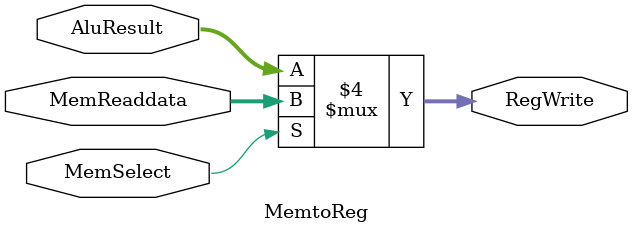
<source format=v>
`timescale 1ns / 1ps
module MemtoReg(MemSelect,MemReaddata,AluResult,RegWrite);
    
input MemSelect;
input [63:0]MemReaddata;
input [63:0]AluResult;

output [63:0]RegWrite;

always@(MemSelect)
    begin
        if (MemSelect==0)
            RegWrite=AluResult;
        else
            RegWrite=MemReaddata;
    end

endmodule


</source>
